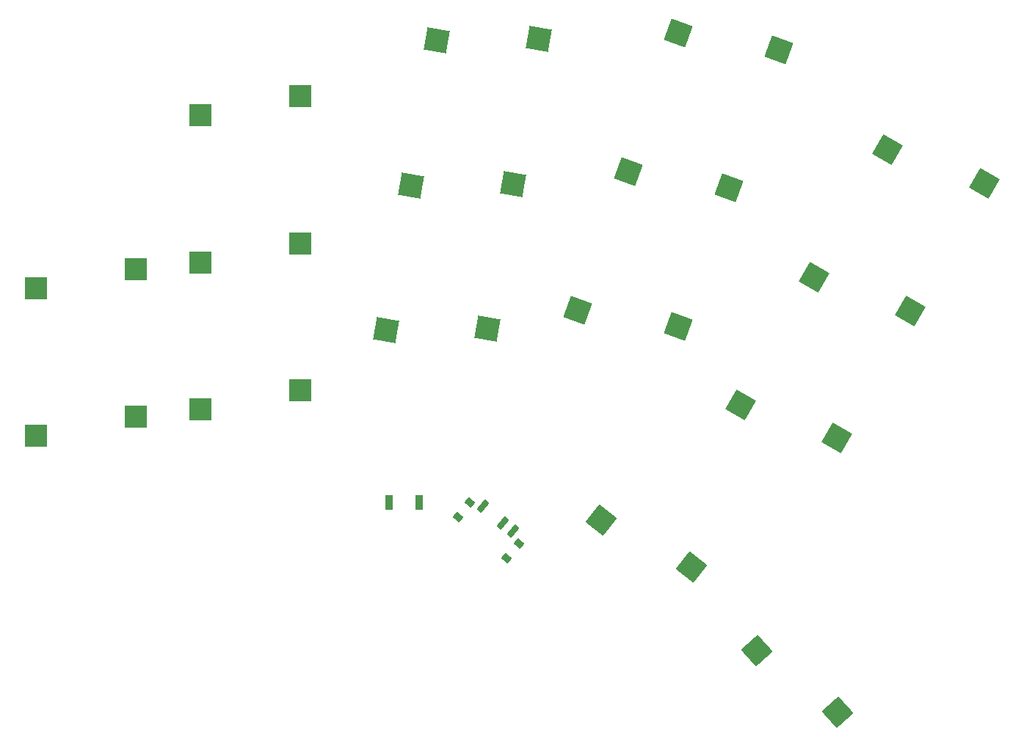
<source format=gbr>
%TF.GenerationSoftware,KiCad,Pcbnew,(6.0.5)*%
%TF.CreationDate,2022-05-06T01:30:31+03:00*%
%TF.ProjectId,main,6d61696e-2e6b-4696-9361-645f70636258,v1.0.0*%
%TF.SameCoordinates,Original*%
%TF.FileFunction,Paste,Top*%
%TF.FilePolarity,Positive*%
%FSLAX46Y46*%
G04 Gerber Fmt 4.6, Leading zero omitted, Abs format (unit mm)*
G04 Created by KiCad (PCBNEW (6.0.5)) date 2022-05-06 01:30:31*
%MOMM*%
%LPD*%
G01*
G04 APERTURE LIST*
G04 Aperture macros list*
%AMRotRect*
0 Rectangle, with rotation*
0 The origin of the aperture is its center*
0 $1 length*
0 $2 width*
0 $3 Rotation angle, in degrees counterclockwise*
0 Add horizontal line*
21,1,$1,$2,0,0,$3*%
G04 Aperture macros list end*
%ADD10R,2.600000X2.600000*%
%ADD11RotRect,2.600000X2.600000X350.000000*%
%ADD12RotRect,2.600000X2.600000X340.000000*%
%ADD13RotRect,2.600000X2.600000X330.000000*%
%ADD14RotRect,2.600000X2.600000X322.000000*%
%ADD15RotRect,2.600000X2.600000X312.000000*%
%ADD16RotRect,0.700000X1.500000X320.000000*%
%ADD17RotRect,1.000000X0.800000X320.000000*%
%ADD18R,0.900000X1.700000*%
G04 APERTURE END LIST*
D10*
%TO.C,S1*%
X187495000Y-134824872D03*
X175945000Y-137024872D03*
%TD*%
%TO.C,S3*%
X187495000Y-117824872D03*
X175945000Y-120024872D03*
%TD*%
%TO.C,S5*%
X206495000Y-131824872D03*
X194945000Y-134024872D03*
%TD*%
%TO.C,S7*%
X206495000Y-114824872D03*
X194945000Y-117024872D03*
%TD*%
%TO.C,S9*%
X206495000Y-97824872D03*
X194945000Y-100024872D03*
%TD*%
D11*
%TO.C,S11*%
X228083175Y-124711848D03*
X216326620Y-124872788D03*
%TD*%
%TO.C,S13*%
X231035194Y-107970116D03*
X219278639Y-108131056D03*
%TD*%
%TO.C,S15*%
X233987213Y-91228384D03*
X222230658Y-91389324D03*
%TD*%
D12*
%TO.C,S17*%
X250057596Y-124410056D03*
X238451702Y-122527047D03*
%TD*%
%TO.C,S19*%
X255871938Y-108435281D03*
X244266044Y-106552272D03*
%TD*%
%TO.C,S21*%
X261686280Y-92460507D03*
X250080386Y-90577498D03*
%TD*%
D13*
%TO.C,S23*%
X268330380Y-137325594D03*
X257227787Y-133455850D03*
%TD*%
%TO.C,S25*%
X265727787Y-118733418D03*
X276830380Y-122603162D03*
%TD*%
%TO.C,S27*%
X274227787Y-104010986D03*
X285330380Y-107880730D03*
%TD*%
D14*
%TO.C,S29*%
X251593120Y-152184209D03*
X241137141Y-146806943D03*
%TD*%
D15*
%TO.C,S31*%
X268458050Y-168959711D03*
X259094673Y-161848476D03*
%TD*%
D16*
%TO.C,*%
X227550274Y-145181973D03*
X229848408Y-147110336D03*
X230997474Y-148074518D03*
D17*
X224639440Y-146472958D03*
X230231564Y-151165307D03*
X231652125Y-149472349D03*
X226060000Y-144780000D03*
%TD*%
D18*
%TO.C,*%
X220140000Y-144780000D03*
X216740000Y-144780000D03*
%TD*%
M02*

</source>
